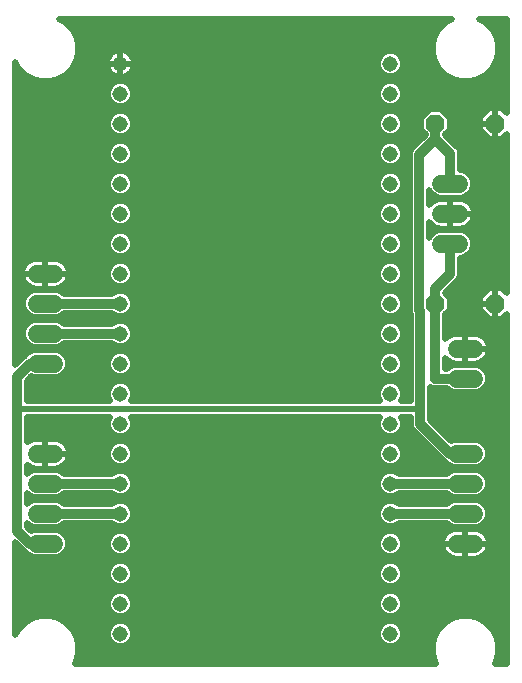
<source format=gbl>
G75*
%MOIN*%
%OFA0B0*%
%FSLAX25Y25*%
%IPPOS*%
%LPD*%
%AMOC8*
5,1,8,0,0,1.08239X$1,22.5*
%
%ADD10C,0.05937*%
%ADD11OC8,0.06300*%
%ADD12C,0.06000*%
%ADD13C,0.05150*%
%ADD14C,0.03200*%
%ADD15C,0.02000*%
D10*
X0018365Y0047000D02*
X0024302Y0047000D01*
X0024302Y0057000D02*
X0018365Y0057000D01*
X0018365Y0067000D02*
X0024302Y0067000D01*
X0024302Y0077000D02*
X0018365Y0077000D01*
X0018365Y0107000D02*
X0024302Y0107000D01*
X0024302Y0117000D02*
X0018365Y0117000D01*
X0018365Y0127000D02*
X0024302Y0127000D01*
X0024302Y0137000D02*
X0018365Y0137000D01*
X0158365Y0112000D02*
X0164302Y0112000D01*
X0164302Y0102000D02*
X0158365Y0102000D01*
X0158365Y0077000D02*
X0164302Y0077000D01*
X0164302Y0067000D02*
X0158365Y0067000D01*
X0158365Y0057000D02*
X0164302Y0057000D01*
X0164302Y0047000D02*
X0158365Y0047000D01*
D11*
X0151333Y0127000D03*
X0171333Y0127000D03*
X0171333Y0187000D03*
X0151333Y0187000D03*
D12*
X0153333Y0167000D02*
X0159333Y0167000D01*
X0159333Y0157000D02*
X0153333Y0157000D01*
X0153333Y0147000D02*
X0159333Y0147000D01*
D13*
X0136333Y0147000D03*
X0136333Y0157000D03*
X0136333Y0167000D03*
X0136333Y0177000D03*
X0136333Y0187000D03*
X0136333Y0197000D03*
X0136333Y0207000D03*
X0136333Y0137000D03*
X0136333Y0127000D03*
X0136333Y0117000D03*
X0136333Y0107000D03*
X0136333Y0097000D03*
X0136333Y0087000D03*
X0136333Y0077000D03*
X0136333Y0067000D03*
X0136333Y0057000D03*
X0136333Y0047000D03*
X0136333Y0037000D03*
X0136333Y0027000D03*
X0136333Y0017000D03*
X0046333Y0017000D03*
X0046333Y0027000D03*
X0046333Y0037000D03*
X0046333Y0047000D03*
X0046333Y0057000D03*
X0046333Y0067000D03*
X0046333Y0077000D03*
X0046333Y0087000D03*
X0046333Y0097000D03*
X0046333Y0107000D03*
X0046333Y0117000D03*
X0046333Y0127000D03*
X0046333Y0137000D03*
X0046333Y0147000D03*
X0046333Y0157000D03*
X0046333Y0167000D03*
X0046333Y0177000D03*
X0046333Y0187000D03*
X0046333Y0197000D03*
X0046333Y0207000D03*
D14*
X0046333Y0127000D02*
X0021333Y0127000D01*
X0021333Y0117000D02*
X0046333Y0117000D01*
X0021333Y0107000D02*
X0016333Y0107000D01*
X0011933Y0102600D01*
X0011933Y0092000D01*
X0011933Y0051400D01*
X0016333Y0047000D01*
X0021333Y0047000D01*
X0021333Y0057000D02*
X0046333Y0057000D01*
X0046333Y0067000D02*
X0021333Y0067000D01*
X0136333Y0067000D02*
X0161333Y0067000D01*
X0161333Y0077000D02*
X0156333Y0077000D01*
X0146333Y0087000D01*
X0146333Y0092000D01*
X0146333Y0124434D01*
X0145983Y0124784D01*
X0145983Y0176650D01*
X0151333Y0182000D01*
X0156333Y0177000D01*
X0156333Y0167000D01*
X0151333Y0182000D02*
X0151333Y0187000D01*
X0156333Y0147000D02*
X0156333Y0137000D01*
X0151333Y0132000D01*
X0151333Y0127000D01*
X0151333Y0102000D01*
X0161333Y0102000D01*
X0161333Y0057000D02*
X0136333Y0057000D01*
D15*
X0011333Y0047475D02*
X0011333Y0016490D01*
X0012607Y0018696D01*
X0014637Y0020727D01*
X0017124Y0022162D01*
X0019898Y0022905D01*
X0022769Y0022905D01*
X0025543Y0022162D01*
X0028029Y0020727D01*
X0030060Y0018696D01*
X0031496Y0016209D01*
X0032239Y0013436D01*
X0032239Y0010564D01*
X0031496Y0007791D01*
X0031039Y0007000D01*
X0151627Y0007000D01*
X0151171Y0007791D01*
X0150428Y0010564D01*
X0150428Y0013436D01*
X0151171Y0016209D01*
X0152607Y0018696D01*
X0154637Y0020727D01*
X0157124Y0022162D01*
X0159898Y0022905D01*
X0162769Y0022905D01*
X0165543Y0022162D01*
X0168029Y0020727D01*
X0170060Y0018696D01*
X0171496Y0016209D01*
X0172239Y0013436D01*
X0172239Y0010564D01*
X0171496Y0007791D01*
X0171039Y0007000D01*
X0175034Y0007000D01*
X0175034Y0123418D01*
X0173467Y0121850D01*
X0171333Y0121850D01*
X0171333Y0127000D01*
X0171333Y0127000D01*
X0166183Y0127000D01*
X0166183Y0124867D01*
X0169200Y0121850D01*
X0171333Y0121850D01*
X0171333Y0127000D01*
X0166183Y0127000D01*
X0166183Y0129133D01*
X0169200Y0132150D01*
X0171333Y0132150D01*
X0171333Y0127000D01*
X0171333Y0127000D01*
X0171333Y0127000D01*
X0171333Y0132150D01*
X0173467Y0132150D01*
X0175034Y0130582D01*
X0175034Y0183418D01*
X0173467Y0181850D01*
X0171333Y0181850D01*
X0171333Y0187000D01*
X0171333Y0187000D01*
X0166183Y0187000D01*
X0166183Y0184867D01*
X0169200Y0181850D01*
X0171333Y0181850D01*
X0171333Y0187000D01*
X0166183Y0187000D01*
X0166183Y0189133D01*
X0169200Y0192150D01*
X0171333Y0192150D01*
X0171333Y0187000D01*
X0171333Y0187000D01*
X0171333Y0187000D01*
X0171333Y0192150D01*
X0173467Y0192150D01*
X0175034Y0190582D01*
X0175034Y0221961D01*
X0165892Y0221961D01*
X0168029Y0220727D01*
X0170060Y0218696D01*
X0171496Y0216209D01*
X0172239Y0213436D01*
X0172239Y0210564D01*
X0171496Y0207791D01*
X0170060Y0205304D01*
X0168029Y0203273D01*
X0165543Y0201838D01*
X0162769Y0201094D01*
X0159898Y0201094D01*
X0157124Y0201838D01*
X0154637Y0203273D01*
X0152607Y0205304D01*
X0151171Y0207791D01*
X0150428Y0210564D01*
X0150428Y0213436D01*
X0151171Y0216209D01*
X0152607Y0218696D01*
X0154637Y0220727D01*
X0156775Y0221961D01*
X0025892Y0221961D01*
X0028029Y0220727D01*
X0030060Y0218696D01*
X0031496Y0216209D01*
X0032239Y0213436D01*
X0032239Y0210564D01*
X0031496Y0207791D01*
X0030060Y0205304D01*
X0028029Y0203273D01*
X0025543Y0201838D01*
X0022769Y0201094D01*
X0019898Y0201094D01*
X0017124Y0201838D01*
X0014637Y0203273D01*
X0012607Y0205304D01*
X0011333Y0207510D01*
X0011333Y0106525D01*
X0013620Y0108813D01*
X0014521Y0109713D01*
X0014685Y0109781D01*
X0015777Y0110873D01*
X0017456Y0111568D01*
X0025211Y0111568D01*
X0026890Y0110873D01*
X0028175Y0109588D01*
X0028870Y0107909D01*
X0028870Y0106091D01*
X0028175Y0104412D01*
X0026890Y0103127D01*
X0025211Y0102431D01*
X0017456Y0102431D01*
X0016632Y0102773D01*
X0015133Y0101275D01*
X0015133Y0094600D01*
X0042829Y0094600D01*
X0042794Y0094635D01*
X0042159Y0096170D01*
X0042159Y0097830D01*
X0042794Y0099365D01*
X0043968Y0100539D01*
X0045503Y0101175D01*
X0047164Y0101175D01*
X0048698Y0100539D01*
X0049873Y0099365D01*
X0050508Y0097830D01*
X0050508Y0096170D01*
X0049873Y0094635D01*
X0049837Y0094600D01*
X0132829Y0094600D01*
X0132794Y0094635D01*
X0132159Y0096170D01*
X0132159Y0097830D01*
X0132794Y0099365D01*
X0133968Y0100539D01*
X0135503Y0101175D01*
X0137164Y0101175D01*
X0138698Y0100539D01*
X0139873Y0099365D01*
X0140508Y0097830D01*
X0140508Y0096170D01*
X0139873Y0094635D01*
X0139837Y0094600D01*
X0143133Y0094600D01*
X0143133Y0123302D01*
X0142783Y0124147D01*
X0142783Y0177287D01*
X0143270Y0178463D01*
X0148133Y0183325D01*
X0148133Y0183482D01*
X0146583Y0185032D01*
X0146583Y0188968D01*
X0149366Y0191750D01*
X0153301Y0191750D01*
X0156083Y0188968D01*
X0156083Y0185032D01*
X0154533Y0183482D01*
X0154533Y0183325D01*
X0158146Y0179713D01*
X0159046Y0178813D01*
X0159533Y0177637D01*
X0159533Y0171600D01*
X0160248Y0171600D01*
X0161939Y0170900D01*
X0163233Y0169606D01*
X0163933Y0167915D01*
X0163933Y0166085D01*
X0163233Y0164394D01*
X0161939Y0163100D01*
X0160248Y0162400D01*
X0152418Y0162400D01*
X0150728Y0163100D01*
X0149434Y0164394D01*
X0149183Y0164999D01*
X0149183Y0159795D01*
X0149520Y0160257D01*
X0150076Y0160814D01*
X0150713Y0161276D01*
X0151414Y0161634D01*
X0152162Y0161877D01*
X0152940Y0162000D01*
X0156333Y0162000D01*
X0156333Y0157000D01*
X0156333Y0157000D01*
X0156333Y0157000D01*
X0156333Y0152000D01*
X0152940Y0152000D01*
X0152162Y0152123D01*
X0151414Y0152366D01*
X0150713Y0152724D01*
X0150076Y0153186D01*
X0149520Y0153743D01*
X0149183Y0154205D01*
X0149183Y0149001D01*
X0149434Y0149606D01*
X0150728Y0150900D01*
X0152418Y0151600D01*
X0160248Y0151600D01*
X0161939Y0150900D01*
X0163233Y0149606D01*
X0163933Y0147915D01*
X0163933Y0146085D01*
X0163233Y0144394D01*
X0161939Y0143100D01*
X0160248Y0142400D01*
X0159533Y0142400D01*
X0159533Y0136363D01*
X0159046Y0135187D01*
X0158146Y0134287D01*
X0154533Y0130675D01*
X0154533Y0130517D01*
X0156083Y0128968D01*
X0156083Y0125032D01*
X0154533Y0123482D01*
X0154533Y0115179D01*
X0154575Y0115237D01*
X0155128Y0115790D01*
X0155761Y0116249D01*
X0156458Y0116604D01*
X0157201Y0116846D01*
X0157974Y0116968D01*
X0161333Y0116968D01*
X0161333Y0112000D01*
X0161333Y0112000D01*
X0161333Y0112000D01*
X0161333Y0107031D01*
X0157974Y0107031D01*
X0157201Y0107154D01*
X0156458Y0107396D01*
X0155761Y0107751D01*
X0155128Y0108210D01*
X0154575Y0108763D01*
X0154533Y0108821D01*
X0154533Y0105200D01*
X0155104Y0105200D01*
X0155777Y0105873D01*
X0157456Y0106568D01*
X0165211Y0106568D01*
X0166890Y0105873D01*
X0168175Y0104588D01*
X0168870Y0102909D01*
X0168870Y0101091D01*
X0168175Y0099412D01*
X0166890Y0098127D01*
X0165211Y0097431D01*
X0157456Y0097431D01*
X0155777Y0098127D01*
X0155104Y0098800D01*
X0150697Y0098800D01*
X0149533Y0099282D01*
X0149533Y0088325D01*
X0156632Y0081227D01*
X0157456Y0081568D01*
X0165211Y0081568D01*
X0166890Y0080873D01*
X0168175Y0079588D01*
X0168870Y0077909D01*
X0168870Y0076091D01*
X0168175Y0074412D01*
X0166890Y0073127D01*
X0165211Y0072431D01*
X0157456Y0072431D01*
X0155777Y0073127D01*
X0154685Y0074219D01*
X0154521Y0074287D01*
X0144521Y0084287D01*
X0143620Y0085187D01*
X0143133Y0086363D01*
X0143133Y0089400D01*
X0139837Y0089400D01*
X0139873Y0089365D01*
X0140508Y0087830D01*
X0140508Y0086170D01*
X0139873Y0084635D01*
X0138698Y0083461D01*
X0137164Y0082825D01*
X0135503Y0082825D01*
X0133968Y0083461D01*
X0132794Y0084635D01*
X0132159Y0086170D01*
X0132159Y0087830D01*
X0132794Y0089365D01*
X0132829Y0089400D01*
X0049837Y0089400D01*
X0049873Y0089365D01*
X0050508Y0087830D01*
X0050508Y0086170D01*
X0049873Y0084635D01*
X0048698Y0083461D01*
X0047164Y0082825D01*
X0045503Y0082825D01*
X0043968Y0083461D01*
X0042794Y0084635D01*
X0042159Y0086170D01*
X0042159Y0087830D01*
X0042794Y0089365D01*
X0042829Y0089400D01*
X0015133Y0089400D01*
X0015133Y0080794D01*
X0015761Y0081249D01*
X0016458Y0081604D01*
X0017201Y0081846D01*
X0017974Y0081968D01*
X0021333Y0081968D01*
X0021333Y0077000D01*
X0021333Y0077000D01*
X0021333Y0077000D01*
X0021333Y0072031D01*
X0017974Y0072031D01*
X0017201Y0072154D01*
X0016458Y0072396D01*
X0015761Y0072751D01*
X0015133Y0073206D01*
X0015133Y0070229D01*
X0015777Y0070873D01*
X0017456Y0071568D01*
X0025211Y0071568D01*
X0026890Y0070873D01*
X0027563Y0070200D01*
X0043629Y0070200D01*
X0043968Y0070539D01*
X0045503Y0071175D01*
X0047164Y0071175D01*
X0048698Y0070539D01*
X0049873Y0069365D01*
X0050508Y0067830D01*
X0050508Y0066170D01*
X0049873Y0064635D01*
X0048698Y0063461D01*
X0047164Y0062825D01*
X0045503Y0062825D01*
X0043968Y0063461D01*
X0043629Y0063800D01*
X0027563Y0063800D01*
X0026890Y0063127D01*
X0025211Y0062431D01*
X0017456Y0062431D01*
X0015777Y0063127D01*
X0015133Y0063771D01*
X0015133Y0060229D01*
X0015777Y0060873D01*
X0017456Y0061568D01*
X0025211Y0061568D01*
X0026890Y0060873D01*
X0027563Y0060200D01*
X0043629Y0060200D01*
X0043968Y0060539D01*
X0045503Y0061175D01*
X0047164Y0061175D01*
X0048698Y0060539D01*
X0049873Y0059365D01*
X0050508Y0057830D01*
X0050508Y0056170D01*
X0049873Y0054635D01*
X0048698Y0053461D01*
X0047164Y0052825D01*
X0045503Y0052825D01*
X0043968Y0053461D01*
X0043629Y0053800D01*
X0027563Y0053800D01*
X0026890Y0053127D01*
X0025211Y0052431D01*
X0017456Y0052431D01*
X0015777Y0053127D01*
X0015133Y0053771D01*
X0015133Y0052725D01*
X0016632Y0051227D01*
X0017456Y0051568D01*
X0025211Y0051568D01*
X0026890Y0050873D01*
X0028175Y0049588D01*
X0028870Y0047909D01*
X0028870Y0046091D01*
X0028175Y0044412D01*
X0026890Y0043127D01*
X0025211Y0042431D01*
X0017456Y0042431D01*
X0015777Y0043127D01*
X0014685Y0044219D01*
X0014521Y0044287D01*
X0011333Y0047475D01*
X0011333Y0045967D02*
X0012841Y0045967D01*
X0011333Y0043969D02*
X0014935Y0043969D01*
X0011333Y0041970D02*
X0175034Y0041970D01*
X0175034Y0039972D02*
X0139266Y0039972D01*
X0138698Y0040539D02*
X0139873Y0039365D01*
X0140508Y0037830D01*
X0140508Y0036170D01*
X0139873Y0034635D01*
X0138698Y0033461D01*
X0137164Y0032825D01*
X0135503Y0032825D01*
X0133968Y0033461D01*
X0132794Y0034635D01*
X0132159Y0036170D01*
X0132159Y0037830D01*
X0132794Y0039365D01*
X0133968Y0040539D01*
X0135503Y0041175D01*
X0137164Y0041175D01*
X0138698Y0040539D01*
X0137164Y0042825D02*
X0135503Y0042825D01*
X0133968Y0043461D01*
X0132794Y0044635D01*
X0132159Y0046170D01*
X0132159Y0047830D01*
X0132794Y0049365D01*
X0133968Y0050539D01*
X0135503Y0051175D01*
X0137164Y0051175D01*
X0138698Y0050539D01*
X0139873Y0049365D01*
X0140508Y0047830D01*
X0140508Y0046170D01*
X0139873Y0044635D01*
X0138698Y0043461D01*
X0137164Y0042825D01*
X0139206Y0043969D02*
X0154426Y0043969D01*
X0154575Y0043763D02*
X0155128Y0043210D01*
X0155761Y0042751D01*
X0156458Y0042396D01*
X0157201Y0042154D01*
X0157974Y0042031D01*
X0161333Y0042031D01*
X0161333Y0047000D01*
X0161333Y0047000D01*
X0153396Y0047000D01*
X0153396Y0046609D01*
X0153519Y0045837D01*
X0153760Y0045093D01*
X0154115Y0044396D01*
X0154575Y0043763D01*
X0153498Y0045967D02*
X0140424Y0045967D01*
X0140452Y0047966D02*
X0153487Y0047966D01*
X0153519Y0048163D02*
X0153396Y0047391D01*
X0153396Y0047000D01*
X0161333Y0047000D01*
X0161333Y0047000D01*
X0161333Y0051968D01*
X0157974Y0051968D01*
X0157201Y0051846D01*
X0156458Y0051604D01*
X0155761Y0051249D01*
X0155128Y0050790D01*
X0154575Y0050237D01*
X0154115Y0049604D01*
X0153760Y0048907D01*
X0153519Y0048163D01*
X0154377Y0049964D02*
X0139273Y0049964D01*
X0138698Y0053461D02*
X0139037Y0053800D01*
X0155104Y0053800D01*
X0155777Y0053127D01*
X0157456Y0052431D01*
X0165211Y0052431D01*
X0166890Y0053127D01*
X0168175Y0054412D01*
X0168870Y0056091D01*
X0168870Y0057909D01*
X0168175Y0059588D01*
X0166890Y0060873D01*
X0165211Y0061568D01*
X0157456Y0061568D01*
X0155777Y0060873D01*
X0155104Y0060200D01*
X0139037Y0060200D01*
X0138698Y0060539D01*
X0137164Y0061175D01*
X0135503Y0061175D01*
X0133968Y0060539D01*
X0132794Y0059365D01*
X0132159Y0057830D01*
X0132159Y0056170D01*
X0132794Y0054635D01*
X0133968Y0053461D01*
X0135503Y0052825D01*
X0137164Y0052825D01*
X0138698Y0053461D01*
X0133468Y0053961D02*
X0049199Y0053961D01*
X0050421Y0055960D02*
X0132245Y0055960D01*
X0132212Y0057958D02*
X0050455Y0057958D01*
X0049281Y0059957D02*
X0133386Y0059957D01*
X0133968Y0063461D02*
X0135503Y0062825D01*
X0137164Y0062825D01*
X0138698Y0063461D01*
X0139037Y0063800D01*
X0155104Y0063800D01*
X0155777Y0063127D01*
X0157456Y0062431D01*
X0165211Y0062431D01*
X0166890Y0063127D01*
X0168175Y0064412D01*
X0168870Y0066091D01*
X0168870Y0067909D01*
X0168175Y0069588D01*
X0166890Y0070873D01*
X0165211Y0071568D01*
X0157456Y0071568D01*
X0155777Y0070873D01*
X0155104Y0070200D01*
X0139037Y0070200D01*
X0138698Y0070539D01*
X0137164Y0071175D01*
X0135503Y0071175D01*
X0133968Y0070539D01*
X0132794Y0069365D01*
X0132159Y0067830D01*
X0132159Y0066170D01*
X0132794Y0064635D01*
X0133968Y0063461D01*
X0133475Y0063954D02*
X0049191Y0063954D01*
X0050418Y0065952D02*
X0132248Y0065952D01*
X0132208Y0067951D02*
X0050458Y0067951D01*
X0049288Y0069949D02*
X0133379Y0069949D01*
X0133968Y0073461D02*
X0135503Y0072825D01*
X0137164Y0072825D01*
X0138698Y0073461D01*
X0139873Y0074635D01*
X0140508Y0076170D01*
X0140508Y0077830D01*
X0139873Y0079365D01*
X0138698Y0080539D01*
X0137164Y0081175D01*
X0135503Y0081175D01*
X0133968Y0080539D01*
X0132794Y0079365D01*
X0132159Y0077830D01*
X0132159Y0076170D01*
X0132794Y0074635D01*
X0133968Y0073461D01*
X0133483Y0073946D02*
X0049184Y0073946D01*
X0048698Y0073461D02*
X0047164Y0072825D01*
X0045503Y0072825D01*
X0043968Y0073461D01*
X0042794Y0074635D01*
X0042159Y0076170D01*
X0042159Y0077830D01*
X0042794Y0079365D01*
X0043968Y0080539D01*
X0045503Y0081175D01*
X0047164Y0081175D01*
X0048698Y0080539D01*
X0049873Y0079365D01*
X0050508Y0077830D01*
X0050508Y0076170D01*
X0049873Y0074635D01*
X0048698Y0073461D01*
X0050415Y0075945D02*
X0132252Y0075945D01*
X0132205Y0077943D02*
X0050461Y0077943D01*
X0049295Y0079942D02*
X0133371Y0079942D01*
X0133490Y0083939D02*
X0049176Y0083939D01*
X0050412Y0085937D02*
X0132255Y0085937D01*
X0132202Y0087936D02*
X0050464Y0087936D01*
X0050409Y0095930D02*
X0132258Y0095930D01*
X0132199Y0097929D02*
X0050467Y0097929D01*
X0049310Y0099927D02*
X0133356Y0099927D01*
X0133968Y0103461D02*
X0135503Y0102825D01*
X0137164Y0102825D01*
X0138698Y0103461D01*
X0139873Y0104635D01*
X0140508Y0106170D01*
X0140508Y0107830D01*
X0139873Y0109365D01*
X0138698Y0110539D01*
X0137164Y0111175D01*
X0135503Y0111175D01*
X0133968Y0110539D01*
X0132794Y0109365D01*
X0132159Y0107830D01*
X0132159Y0106170D01*
X0132794Y0104635D01*
X0133968Y0103461D01*
X0133505Y0103924D02*
X0049161Y0103924D01*
X0048698Y0103461D02*
X0049873Y0104635D01*
X0050508Y0106170D01*
X0050508Y0107830D01*
X0049873Y0109365D01*
X0048698Y0110539D01*
X0047164Y0111175D01*
X0045503Y0111175D01*
X0043968Y0110539D01*
X0042794Y0109365D01*
X0042159Y0107830D01*
X0042159Y0106170D01*
X0042794Y0104635D01*
X0043968Y0103461D01*
X0045503Y0102825D01*
X0047164Y0102825D01*
X0048698Y0103461D01*
X0050406Y0105923D02*
X0132261Y0105923D01*
X0132196Y0107921D02*
X0050471Y0107921D01*
X0049318Y0109920D02*
X0133349Y0109920D01*
X0133968Y0113461D02*
X0132794Y0114635D01*
X0132159Y0116170D01*
X0132159Y0117830D01*
X0132794Y0119365D01*
X0133968Y0120539D01*
X0135503Y0121175D01*
X0137164Y0121175D01*
X0138698Y0120539D01*
X0139873Y0119365D01*
X0140508Y0117830D01*
X0140508Y0116170D01*
X0139873Y0114635D01*
X0138698Y0113461D01*
X0137164Y0112825D01*
X0135503Y0112825D01*
X0133968Y0113461D01*
X0133513Y0113917D02*
X0049154Y0113917D01*
X0048698Y0113461D02*
X0049873Y0114635D01*
X0050508Y0116170D01*
X0050508Y0117830D01*
X0049873Y0119365D01*
X0048698Y0120539D01*
X0047164Y0121175D01*
X0045503Y0121175D01*
X0043968Y0120539D01*
X0043629Y0120200D01*
X0027563Y0120200D01*
X0026890Y0120873D01*
X0025211Y0121568D01*
X0017456Y0121568D01*
X0015777Y0120873D01*
X0014492Y0119588D01*
X0013796Y0117909D01*
X0013796Y0116091D01*
X0014492Y0114412D01*
X0015777Y0113127D01*
X0017456Y0112431D01*
X0025211Y0112431D01*
X0026890Y0113127D01*
X0027563Y0113800D01*
X0043629Y0113800D01*
X0043968Y0113461D01*
X0045503Y0112825D01*
X0047164Y0112825D01*
X0048698Y0113461D01*
X0050403Y0115915D02*
X0132264Y0115915D01*
X0132193Y0117914D02*
X0050474Y0117914D01*
X0049325Y0119912D02*
X0133341Y0119912D01*
X0133968Y0123461D02*
X0135503Y0122825D01*
X0137164Y0122825D01*
X0138698Y0123461D01*
X0139873Y0124635D01*
X0140508Y0126170D01*
X0140508Y0127830D01*
X0139873Y0129365D01*
X0138698Y0130539D01*
X0137164Y0131175D01*
X0135503Y0131175D01*
X0133968Y0130539D01*
X0132794Y0129365D01*
X0132159Y0127830D01*
X0132159Y0126170D01*
X0132794Y0124635D01*
X0133968Y0123461D01*
X0133520Y0123909D02*
X0049147Y0123909D01*
X0048698Y0123461D02*
X0049873Y0124635D01*
X0050508Y0126170D01*
X0050508Y0127830D01*
X0049873Y0129365D01*
X0048698Y0130539D01*
X0047164Y0131175D01*
X0045503Y0131175D01*
X0043968Y0130539D01*
X0043629Y0130200D01*
X0027563Y0130200D01*
X0026890Y0130873D01*
X0025211Y0131568D01*
X0017456Y0131568D01*
X0015777Y0130873D01*
X0014492Y0129588D01*
X0013796Y0127909D01*
X0013796Y0126091D01*
X0014492Y0124412D01*
X0015777Y0123127D01*
X0017456Y0122431D01*
X0025211Y0122431D01*
X0026890Y0123127D01*
X0027563Y0123800D01*
X0043629Y0123800D01*
X0043968Y0123461D01*
X0045503Y0122825D01*
X0047164Y0122825D01*
X0048698Y0123461D01*
X0050400Y0125908D02*
X0132267Y0125908D01*
X0132190Y0127906D02*
X0050477Y0127906D01*
X0049333Y0129905D02*
X0133334Y0129905D01*
X0133968Y0133461D02*
X0132794Y0134635D01*
X0132159Y0136170D01*
X0132159Y0137830D01*
X0132794Y0139365D01*
X0133968Y0140539D01*
X0135503Y0141175D01*
X0137164Y0141175D01*
X0138698Y0140539D01*
X0139873Y0139365D01*
X0140508Y0137830D01*
X0140508Y0136170D01*
X0139873Y0134635D01*
X0138698Y0133461D01*
X0137164Y0132825D01*
X0135503Y0132825D01*
X0133968Y0133461D01*
X0133528Y0133902D02*
X0049139Y0133902D01*
X0048698Y0133461D02*
X0049873Y0134635D01*
X0050508Y0136170D01*
X0050508Y0137830D01*
X0049873Y0139365D01*
X0048698Y0140539D01*
X0047164Y0141175D01*
X0045503Y0141175D01*
X0043968Y0140539D01*
X0042794Y0139365D01*
X0042159Y0137830D01*
X0042159Y0136170D01*
X0042794Y0134635D01*
X0043968Y0133461D01*
X0045503Y0132825D01*
X0047164Y0132825D01*
X0048698Y0133461D01*
X0050397Y0135900D02*
X0132270Y0135900D01*
X0132187Y0137899D02*
X0050480Y0137899D01*
X0049340Y0139897D02*
X0133327Y0139897D01*
X0133968Y0143461D02*
X0132794Y0144635D01*
X0132159Y0146170D01*
X0132159Y0147830D01*
X0132794Y0149365D01*
X0133968Y0150539D01*
X0135503Y0151175D01*
X0137164Y0151175D01*
X0138698Y0150539D01*
X0139873Y0149365D01*
X0140508Y0147830D01*
X0140508Y0146170D01*
X0139873Y0144635D01*
X0138698Y0143461D01*
X0137164Y0142825D01*
X0135503Y0142825D01*
X0133968Y0143461D01*
X0133535Y0143894D02*
X0049132Y0143894D01*
X0048698Y0143461D02*
X0049873Y0144635D01*
X0050508Y0146170D01*
X0050508Y0147830D01*
X0049873Y0149365D01*
X0048698Y0150539D01*
X0047164Y0151175D01*
X0045503Y0151175D01*
X0043968Y0150539D01*
X0042794Y0149365D01*
X0042159Y0147830D01*
X0042159Y0146170D01*
X0042794Y0144635D01*
X0043968Y0143461D01*
X0045503Y0142825D01*
X0047164Y0142825D01*
X0048698Y0143461D01*
X0050393Y0145893D02*
X0132273Y0145893D01*
X0132184Y0147891D02*
X0050483Y0147891D01*
X0049348Y0149890D02*
X0133319Y0149890D01*
X0133968Y0153461D02*
X0135503Y0152825D01*
X0137164Y0152825D01*
X0138698Y0153461D01*
X0139873Y0154635D01*
X0140508Y0156170D01*
X0140508Y0157830D01*
X0139873Y0159365D01*
X0138698Y0160539D01*
X0137164Y0161175D01*
X0135503Y0161175D01*
X0133968Y0160539D01*
X0132794Y0159365D01*
X0132159Y0157830D01*
X0132159Y0156170D01*
X0132794Y0154635D01*
X0133968Y0153461D01*
X0133542Y0153887D02*
X0049124Y0153887D01*
X0048698Y0153461D02*
X0047164Y0152825D01*
X0045503Y0152825D01*
X0043968Y0153461D01*
X0042794Y0154635D01*
X0042159Y0156170D01*
X0042159Y0157830D01*
X0042794Y0159365D01*
X0043968Y0160539D01*
X0045503Y0161175D01*
X0047164Y0161175D01*
X0048698Y0160539D01*
X0049873Y0159365D01*
X0050508Y0157830D01*
X0050508Y0156170D01*
X0049873Y0154635D01*
X0048698Y0153461D01*
X0050390Y0155885D02*
X0132276Y0155885D01*
X0132181Y0157884D02*
X0050486Y0157884D01*
X0049355Y0159882D02*
X0133312Y0159882D01*
X0133968Y0163461D02*
X0132794Y0164635D01*
X0132159Y0166170D01*
X0132159Y0167830D01*
X0132794Y0169365D01*
X0133968Y0170539D01*
X0135503Y0171175D01*
X0137164Y0171175D01*
X0138698Y0170539D01*
X0139873Y0169365D01*
X0140508Y0167830D01*
X0140508Y0166170D01*
X0139873Y0164635D01*
X0138698Y0163461D01*
X0137164Y0162825D01*
X0135503Y0162825D01*
X0133968Y0163461D01*
X0133550Y0163879D02*
X0049117Y0163879D01*
X0048698Y0163461D02*
X0049873Y0164635D01*
X0050508Y0166170D01*
X0050508Y0167830D01*
X0049873Y0169365D01*
X0048698Y0170539D01*
X0047164Y0171175D01*
X0045503Y0171175D01*
X0043968Y0170539D01*
X0042794Y0169365D01*
X0042159Y0167830D01*
X0042159Y0166170D01*
X0042794Y0164635D01*
X0043968Y0163461D01*
X0045503Y0162825D01*
X0047164Y0162825D01*
X0048698Y0163461D01*
X0050387Y0165878D02*
X0132279Y0165878D01*
X0132178Y0167876D02*
X0050489Y0167876D01*
X0049362Y0169875D02*
X0133304Y0169875D01*
X0133968Y0173461D02*
X0135503Y0172825D01*
X0137164Y0172825D01*
X0138698Y0173461D01*
X0139873Y0174635D01*
X0140508Y0176170D01*
X0140508Y0177830D01*
X0139873Y0179365D01*
X0138698Y0180539D01*
X0137164Y0181175D01*
X0135503Y0181175D01*
X0133968Y0180539D01*
X0132794Y0179365D01*
X0132159Y0177830D01*
X0132159Y0176170D01*
X0132794Y0174635D01*
X0133968Y0173461D01*
X0133557Y0173872D02*
X0049109Y0173872D01*
X0048698Y0173461D02*
X0049873Y0174635D01*
X0050508Y0176170D01*
X0050508Y0177830D01*
X0049873Y0179365D01*
X0048698Y0180539D01*
X0047164Y0181175D01*
X0045503Y0181175D01*
X0043968Y0180539D01*
X0042794Y0179365D01*
X0042159Y0177830D01*
X0042159Y0176170D01*
X0042794Y0174635D01*
X0043968Y0173461D01*
X0045503Y0172825D01*
X0047164Y0172825D01*
X0048698Y0173461D01*
X0050384Y0175870D02*
X0132282Y0175870D01*
X0132175Y0177869D02*
X0050492Y0177869D01*
X0049370Y0179868D02*
X0133297Y0179868D01*
X0133968Y0183461D02*
X0135503Y0182825D01*
X0137164Y0182825D01*
X0138698Y0183461D01*
X0139873Y0184635D01*
X0140508Y0186170D01*
X0140508Y0187830D01*
X0139873Y0189365D01*
X0138698Y0190539D01*
X0137164Y0191175D01*
X0135503Y0191175D01*
X0133968Y0190539D01*
X0132794Y0189365D01*
X0132159Y0187830D01*
X0132159Y0186170D01*
X0132794Y0184635D01*
X0133968Y0183461D01*
X0133565Y0183865D02*
X0049102Y0183865D01*
X0048698Y0183461D02*
X0047164Y0182825D01*
X0045503Y0182825D01*
X0043968Y0183461D01*
X0042794Y0184635D01*
X0042159Y0186170D01*
X0042159Y0187830D01*
X0042794Y0189365D01*
X0043968Y0190539D01*
X0045503Y0191175D01*
X0047164Y0191175D01*
X0048698Y0190539D01*
X0049873Y0189365D01*
X0050508Y0187830D01*
X0050508Y0186170D01*
X0049873Y0184635D01*
X0048698Y0183461D01*
X0050381Y0185863D02*
X0132285Y0185863D01*
X0132171Y0187862D02*
X0050495Y0187862D01*
X0049377Y0189860D02*
X0133289Y0189860D01*
X0133968Y0193461D02*
X0132794Y0194635D01*
X0132159Y0196170D01*
X0132159Y0197830D01*
X0132794Y0199365D01*
X0133968Y0200539D01*
X0135503Y0201175D01*
X0137164Y0201175D01*
X0138698Y0200539D01*
X0139873Y0199365D01*
X0140508Y0197830D01*
X0140508Y0196170D01*
X0139873Y0194635D01*
X0138698Y0193461D01*
X0137164Y0192825D01*
X0135503Y0192825D01*
X0133968Y0193461D01*
X0133572Y0193857D02*
X0049094Y0193857D01*
X0048698Y0193461D02*
X0049873Y0194635D01*
X0050508Y0196170D01*
X0050508Y0197830D01*
X0049873Y0199365D01*
X0048698Y0200539D01*
X0047164Y0201175D01*
X0045503Y0201175D01*
X0043968Y0200539D01*
X0042794Y0199365D01*
X0042159Y0197830D01*
X0042159Y0196170D01*
X0042794Y0194635D01*
X0043968Y0193461D01*
X0045503Y0192825D01*
X0047164Y0192825D01*
X0048698Y0193461D01*
X0050378Y0195856D02*
X0132289Y0195856D01*
X0132168Y0197854D02*
X0050498Y0197854D01*
X0049385Y0199853D02*
X0133282Y0199853D01*
X0133968Y0203461D02*
X0135503Y0202825D01*
X0137164Y0202825D01*
X0138698Y0203461D01*
X0139873Y0204635D01*
X0140508Y0206170D01*
X0140508Y0207830D01*
X0139873Y0209365D01*
X0138698Y0210539D01*
X0137164Y0211175D01*
X0135503Y0211175D01*
X0133968Y0210539D01*
X0132794Y0209365D01*
X0132159Y0207830D01*
X0132159Y0206170D01*
X0132794Y0204635D01*
X0133968Y0203461D01*
X0133580Y0203850D02*
X0049653Y0203850D01*
X0049823Y0204020D02*
X0050246Y0204602D01*
X0050573Y0205244D01*
X0050795Y0205929D01*
X0050908Y0206640D01*
X0050908Y0207000D01*
X0050908Y0207360D01*
X0050795Y0208071D01*
X0050573Y0208756D01*
X0050246Y0209398D01*
X0049823Y0209980D01*
X0049314Y0210489D01*
X0048731Y0210913D01*
X0048089Y0211240D01*
X0047405Y0211462D01*
X0046693Y0211575D01*
X0046333Y0211575D01*
X0045973Y0211575D01*
X0045262Y0211462D01*
X0044577Y0211240D01*
X0043936Y0210913D01*
X0043353Y0210489D01*
X0042844Y0209980D01*
X0042421Y0209398D01*
X0042094Y0208756D01*
X0041871Y0208071D01*
X0041759Y0207360D01*
X0041759Y0207000D01*
X0041759Y0206640D01*
X0041871Y0205929D01*
X0042094Y0205244D01*
X0042421Y0204602D01*
X0042844Y0204020D01*
X0043353Y0203511D01*
X0043936Y0203087D01*
X0044577Y0202760D01*
X0045262Y0202538D01*
X0045973Y0202425D01*
X0046333Y0202425D01*
X0046333Y0207000D01*
X0046333Y0207000D01*
X0041759Y0207000D01*
X0046333Y0207000D01*
X0046333Y0207000D01*
X0046333Y0211575D01*
X0046333Y0207000D01*
X0046333Y0207000D01*
X0046333Y0202425D01*
X0046693Y0202425D01*
X0047405Y0202538D01*
X0048089Y0202760D01*
X0048731Y0203087D01*
X0049314Y0203511D01*
X0049823Y0204020D01*
X0050769Y0205848D02*
X0132292Y0205848D01*
X0132165Y0207847D02*
X0050831Y0207847D01*
X0050908Y0207000D02*
X0046333Y0207000D01*
X0046333Y0207000D01*
X0050908Y0207000D01*
X0049921Y0209845D02*
X0133274Y0209845D01*
X0139392Y0209845D02*
X0150620Y0209845D01*
X0150428Y0211844D02*
X0032239Y0211844D01*
X0032130Y0213842D02*
X0150537Y0213842D01*
X0151072Y0215841D02*
X0031594Y0215841D01*
X0030555Y0217839D02*
X0152112Y0217839D01*
X0153748Y0219838D02*
X0028918Y0219838D01*
X0026107Y0221836D02*
X0156559Y0221836D01*
X0166107Y0221836D02*
X0175034Y0221836D01*
X0175034Y0219838D02*
X0168918Y0219838D01*
X0170555Y0217839D02*
X0175034Y0217839D01*
X0175034Y0215841D02*
X0171594Y0215841D01*
X0172130Y0213842D02*
X0175034Y0213842D01*
X0175034Y0211844D02*
X0172239Y0211844D01*
X0172046Y0209845D02*
X0175034Y0209845D01*
X0175034Y0207847D02*
X0171511Y0207847D01*
X0170374Y0205848D02*
X0175034Y0205848D01*
X0175034Y0203850D02*
X0168606Y0203850D01*
X0165566Y0201851D02*
X0175034Y0201851D01*
X0175034Y0199853D02*
X0139385Y0199853D01*
X0140498Y0197854D02*
X0175034Y0197854D01*
X0175034Y0195856D02*
X0140378Y0195856D01*
X0139094Y0193857D02*
X0175034Y0193857D01*
X0175034Y0191859D02*
X0173758Y0191859D01*
X0171333Y0191859D02*
X0171333Y0191859D01*
X0171333Y0189860D02*
X0171333Y0189860D01*
X0171333Y0187862D02*
X0171333Y0187862D01*
X0171333Y0185863D02*
X0171333Y0185863D01*
X0171333Y0183865D02*
X0171333Y0183865D01*
X0171333Y0181866D02*
X0171333Y0181866D01*
X0169184Y0181866D02*
X0155993Y0181866D01*
X0154915Y0183865D02*
X0167186Y0183865D01*
X0166183Y0185863D02*
X0156083Y0185863D01*
X0156083Y0187862D02*
X0166183Y0187862D01*
X0166910Y0189860D02*
X0155191Y0189860D01*
X0147476Y0189860D02*
X0139377Y0189860D01*
X0140495Y0187862D02*
X0146583Y0187862D01*
X0146583Y0185863D02*
X0140381Y0185863D01*
X0139102Y0183865D02*
X0147751Y0183865D01*
X0146674Y0181866D02*
X0011333Y0181866D01*
X0011333Y0179868D02*
X0043297Y0179868D01*
X0042175Y0177869D02*
X0011333Y0177869D01*
X0011333Y0175870D02*
X0042282Y0175870D01*
X0043557Y0173872D02*
X0011333Y0173872D01*
X0011333Y0171873D02*
X0142783Y0171873D01*
X0142783Y0169875D02*
X0139362Y0169875D01*
X0140489Y0167876D02*
X0142783Y0167876D01*
X0142783Y0165878D02*
X0140387Y0165878D01*
X0139117Y0163879D02*
X0142783Y0163879D01*
X0142783Y0161881D02*
X0011333Y0161881D01*
X0011333Y0163879D02*
X0043550Y0163879D01*
X0042279Y0165878D02*
X0011333Y0165878D01*
X0011333Y0167876D02*
X0042178Y0167876D01*
X0043304Y0169875D02*
X0011333Y0169875D01*
X0011333Y0159882D02*
X0043312Y0159882D01*
X0042181Y0157884D02*
X0011333Y0157884D01*
X0011333Y0155885D02*
X0042276Y0155885D01*
X0043542Y0153887D02*
X0011333Y0153887D01*
X0011333Y0151888D02*
X0142783Y0151888D01*
X0142783Y0149890D02*
X0139348Y0149890D01*
X0140483Y0147891D02*
X0142783Y0147891D01*
X0142783Y0145893D02*
X0140393Y0145893D01*
X0139132Y0143894D02*
X0142783Y0143894D01*
X0142783Y0141896D02*
X0025152Y0141896D01*
X0025465Y0141846D02*
X0024693Y0141968D01*
X0021333Y0141968D01*
X0017974Y0141968D01*
X0017201Y0141846D01*
X0016458Y0141604D01*
X0015761Y0141249D01*
X0015128Y0140790D01*
X0014575Y0140237D01*
X0014115Y0139604D01*
X0013760Y0138907D01*
X0013519Y0138163D01*
X0013396Y0137391D01*
X0013396Y0137000D01*
X0013396Y0136609D01*
X0013519Y0135837D01*
X0013760Y0135093D01*
X0014115Y0134396D01*
X0014575Y0133763D01*
X0015128Y0133210D01*
X0015761Y0132751D01*
X0016458Y0132396D01*
X0017201Y0132154D01*
X0017974Y0132031D01*
X0021333Y0132031D01*
X0021333Y0137000D01*
X0021333Y0137000D01*
X0013396Y0137000D01*
X0021333Y0137000D01*
X0021333Y0141968D01*
X0021333Y0137000D01*
X0021333Y0137000D01*
X0021333Y0137000D01*
X0021333Y0132031D01*
X0024693Y0132031D01*
X0025465Y0132154D01*
X0026209Y0132396D01*
X0026906Y0132751D01*
X0027539Y0133210D01*
X0028092Y0133763D01*
X0028551Y0134396D01*
X0028906Y0135093D01*
X0029148Y0135837D01*
X0029270Y0136609D01*
X0029270Y0137000D01*
X0029270Y0137391D01*
X0029148Y0138163D01*
X0028906Y0138907D01*
X0028551Y0139604D01*
X0028092Y0140237D01*
X0027539Y0140790D01*
X0026906Y0141249D01*
X0026209Y0141604D01*
X0025465Y0141846D01*
X0028338Y0139897D02*
X0043327Y0139897D01*
X0042187Y0137899D02*
X0029190Y0137899D01*
X0029270Y0137000D02*
X0021333Y0137000D01*
X0021333Y0137000D01*
X0029270Y0137000D01*
X0029158Y0135900D02*
X0042270Y0135900D01*
X0043528Y0133902D02*
X0028192Y0133902D01*
X0021333Y0133902D02*
X0021333Y0133902D01*
X0021333Y0135900D02*
X0021333Y0135900D01*
X0021333Y0137899D02*
X0021333Y0137899D01*
X0021333Y0139897D02*
X0021333Y0139897D01*
X0021333Y0141896D02*
X0021333Y0141896D01*
X0017515Y0141896D02*
X0011333Y0141896D01*
X0011333Y0143894D02*
X0043535Y0143894D01*
X0042273Y0145893D02*
X0011333Y0145893D01*
X0011333Y0147891D02*
X0042184Y0147891D01*
X0043319Y0149890D02*
X0011333Y0149890D01*
X0011333Y0139897D02*
X0014328Y0139897D01*
X0013477Y0137899D02*
X0011333Y0137899D01*
X0011333Y0135900D02*
X0013509Y0135900D01*
X0014474Y0133902D02*
X0011333Y0133902D01*
X0011333Y0131903D02*
X0142783Y0131903D01*
X0142783Y0129905D02*
X0139333Y0129905D01*
X0140477Y0127906D02*
X0142783Y0127906D01*
X0142783Y0125908D02*
X0140400Y0125908D01*
X0139147Y0123909D02*
X0142882Y0123909D01*
X0143133Y0121911D02*
X0011333Y0121911D01*
X0011333Y0123909D02*
X0014995Y0123909D01*
X0013872Y0125908D02*
X0011333Y0125908D01*
X0011333Y0127906D02*
X0013796Y0127906D01*
X0014809Y0129905D02*
X0011333Y0129905D01*
X0011333Y0119912D02*
X0014816Y0119912D01*
X0013798Y0117914D02*
X0011333Y0117914D01*
X0011333Y0115915D02*
X0013869Y0115915D01*
X0014987Y0113917D02*
X0011333Y0113917D01*
X0011333Y0111918D02*
X0143133Y0111918D01*
X0143133Y0109920D02*
X0139318Y0109920D01*
X0140471Y0107921D02*
X0143133Y0107921D01*
X0143133Y0105923D02*
X0140406Y0105923D01*
X0139161Y0103924D02*
X0143133Y0103924D01*
X0143133Y0101926D02*
X0015784Y0101926D01*
X0015133Y0099927D02*
X0043356Y0099927D01*
X0042199Y0097929D02*
X0015133Y0097929D01*
X0015133Y0095930D02*
X0042258Y0095930D01*
X0042202Y0087936D02*
X0015133Y0087936D01*
X0015133Y0085937D02*
X0042255Y0085937D01*
X0043490Y0083939D02*
X0015133Y0083939D01*
X0015133Y0081940D02*
X0017797Y0081940D01*
X0021333Y0081940D02*
X0021333Y0081940D01*
X0021333Y0081968D02*
X0021333Y0077000D01*
X0021333Y0072031D01*
X0024693Y0072031D01*
X0025465Y0072154D01*
X0026209Y0072396D01*
X0026906Y0072751D01*
X0027539Y0073210D01*
X0028092Y0073763D01*
X0028551Y0074396D01*
X0028906Y0075093D01*
X0029148Y0075837D01*
X0029270Y0076609D01*
X0029270Y0077000D01*
X0029270Y0077391D01*
X0029148Y0078163D01*
X0028906Y0078907D01*
X0028551Y0079604D01*
X0028092Y0080237D01*
X0027539Y0080790D01*
X0026906Y0081249D01*
X0026209Y0081604D01*
X0025465Y0081846D01*
X0024693Y0081968D01*
X0021333Y0081968D01*
X0021333Y0079942D02*
X0021333Y0079942D01*
X0021333Y0077943D02*
X0021333Y0077943D01*
X0021333Y0077000D02*
X0029270Y0077000D01*
X0021333Y0077000D01*
X0021333Y0077000D01*
X0021333Y0075945D02*
X0021333Y0075945D01*
X0021333Y0073946D02*
X0021333Y0073946D01*
X0015133Y0071948D02*
X0175034Y0071948D01*
X0175034Y0073946D02*
X0167709Y0073946D01*
X0168810Y0075945D02*
X0175034Y0075945D01*
X0175034Y0077943D02*
X0168856Y0077943D01*
X0167821Y0079942D02*
X0175034Y0079942D01*
X0175034Y0081940D02*
X0155918Y0081940D01*
X0153920Y0083939D02*
X0175034Y0083939D01*
X0175034Y0085937D02*
X0151921Y0085937D01*
X0149923Y0087936D02*
X0175034Y0087936D01*
X0175034Y0089934D02*
X0149533Y0089934D01*
X0149533Y0091933D02*
X0175034Y0091933D01*
X0175034Y0093932D02*
X0149533Y0093932D01*
X0149533Y0095930D02*
X0175034Y0095930D01*
X0175034Y0097929D02*
X0166411Y0097929D01*
X0168388Y0099927D02*
X0175034Y0099927D01*
X0175034Y0101926D02*
X0168870Y0101926D01*
X0168450Y0103924D02*
X0175034Y0103924D01*
X0175034Y0105923D02*
X0166770Y0105923D01*
X0166209Y0107396D02*
X0166906Y0107751D01*
X0167539Y0108210D01*
X0168092Y0108763D01*
X0168551Y0109396D01*
X0168906Y0110093D01*
X0169148Y0110837D01*
X0169270Y0111609D01*
X0169270Y0112000D01*
X0169270Y0112391D01*
X0169148Y0113163D01*
X0168906Y0113907D01*
X0168551Y0114604D01*
X0168092Y0115237D01*
X0167539Y0115790D01*
X0166906Y0116249D01*
X0166209Y0116604D01*
X0165465Y0116846D01*
X0164693Y0116968D01*
X0161333Y0116968D01*
X0161333Y0112000D01*
X0161333Y0107031D01*
X0164693Y0107031D01*
X0165465Y0107154D01*
X0166209Y0107396D01*
X0167141Y0107921D02*
X0175034Y0107921D01*
X0175034Y0109920D02*
X0168818Y0109920D01*
X0169270Y0111918D02*
X0175034Y0111918D01*
X0175034Y0113917D02*
X0168902Y0113917D01*
X0169270Y0112000D02*
X0161333Y0112000D01*
X0161333Y0112000D01*
X0169270Y0112000D01*
X0167366Y0115915D02*
X0175034Y0115915D01*
X0175034Y0117914D02*
X0154533Y0117914D01*
X0154533Y0119912D02*
X0175034Y0119912D01*
X0175034Y0121911D02*
X0173527Y0121911D01*
X0171333Y0121911D02*
X0171333Y0121911D01*
X0171333Y0123909D02*
X0171333Y0123909D01*
X0171333Y0125908D02*
X0171333Y0125908D01*
X0171333Y0127906D02*
X0171333Y0127906D01*
X0171333Y0129905D02*
X0171333Y0129905D01*
X0171333Y0131903D02*
X0171333Y0131903D01*
X0168953Y0131903D02*
X0155762Y0131903D01*
X0155146Y0129905D02*
X0166955Y0129905D01*
X0166183Y0127906D02*
X0156083Y0127906D01*
X0156083Y0125908D02*
X0166183Y0125908D01*
X0167141Y0123909D02*
X0154960Y0123909D01*
X0154533Y0121911D02*
X0169139Y0121911D01*
X0161333Y0115915D02*
X0161333Y0115915D01*
X0161333Y0113917D02*
X0161333Y0113917D01*
X0161333Y0111918D02*
X0161333Y0111918D01*
X0161333Y0109920D02*
X0161333Y0109920D01*
X0161333Y0107921D02*
X0161333Y0107921D01*
X0155897Y0105923D02*
X0154533Y0105923D01*
X0154533Y0107921D02*
X0155526Y0107921D01*
X0155301Y0115915D02*
X0154533Y0115915D01*
X0143133Y0115915D02*
X0140403Y0115915D01*
X0140474Y0117914D02*
X0143133Y0117914D01*
X0143133Y0119912D02*
X0139325Y0119912D01*
X0139154Y0113917D02*
X0143133Y0113917D01*
X0143133Y0099927D02*
X0139310Y0099927D01*
X0140467Y0097929D02*
X0143133Y0097929D01*
X0143133Y0095930D02*
X0140409Y0095930D01*
X0140464Y0087936D02*
X0143133Y0087936D01*
X0143310Y0085937D02*
X0140412Y0085937D01*
X0139176Y0083939D02*
X0144869Y0083939D01*
X0146867Y0081940D02*
X0024870Y0081940D01*
X0028306Y0079942D02*
X0043371Y0079942D01*
X0042205Y0077943D02*
X0029183Y0077943D01*
X0029165Y0075945D02*
X0042252Y0075945D01*
X0043483Y0073946D02*
X0028225Y0073946D01*
X0015133Y0061955D02*
X0175034Y0061955D01*
X0175034Y0059957D02*
X0167806Y0059957D01*
X0168850Y0057958D02*
X0175034Y0057958D01*
X0175034Y0055960D02*
X0168816Y0055960D01*
X0167724Y0053961D02*
X0175034Y0053961D01*
X0175034Y0051963D02*
X0164729Y0051963D01*
X0164693Y0051968D02*
X0161333Y0051968D01*
X0161333Y0047000D01*
X0161333Y0047000D01*
X0161333Y0042031D01*
X0164693Y0042031D01*
X0165465Y0042154D01*
X0166209Y0042396D01*
X0166906Y0042751D01*
X0167539Y0043210D01*
X0168092Y0043763D01*
X0168551Y0044396D01*
X0168906Y0045093D01*
X0169148Y0045837D01*
X0169270Y0046609D01*
X0169270Y0047000D01*
X0169270Y0047391D01*
X0169148Y0048163D01*
X0168906Y0048907D01*
X0168551Y0049604D01*
X0168092Y0050237D01*
X0167539Y0050790D01*
X0166906Y0051249D01*
X0166209Y0051604D01*
X0165465Y0051846D01*
X0164693Y0051968D01*
X0161333Y0051963D02*
X0161333Y0051963D01*
X0161333Y0049964D02*
X0161333Y0049964D01*
X0161333Y0047966D02*
X0161333Y0047966D01*
X0161333Y0047000D02*
X0169270Y0047000D01*
X0161333Y0047000D01*
X0161333Y0047000D01*
X0161333Y0045967D02*
X0161333Y0045967D01*
X0161333Y0043969D02*
X0161333Y0043969D01*
X0157938Y0051963D02*
X0015896Y0051963D01*
X0011333Y0039972D02*
X0043401Y0039972D01*
X0043968Y0040539D02*
X0042794Y0039365D01*
X0042159Y0037830D01*
X0042159Y0036170D01*
X0042794Y0034635D01*
X0043968Y0033461D01*
X0045503Y0032825D01*
X0047164Y0032825D01*
X0048698Y0033461D01*
X0049873Y0034635D01*
X0050508Y0036170D01*
X0050508Y0037830D01*
X0049873Y0039365D01*
X0048698Y0040539D01*
X0047164Y0041175D01*
X0045503Y0041175D01*
X0043968Y0040539D01*
X0045503Y0042825D02*
X0047164Y0042825D01*
X0048698Y0043461D01*
X0049873Y0044635D01*
X0050508Y0046170D01*
X0050508Y0047830D01*
X0049873Y0049365D01*
X0048698Y0050539D01*
X0047164Y0051175D01*
X0045503Y0051175D01*
X0043968Y0050539D01*
X0042794Y0049365D01*
X0042159Y0047830D01*
X0042159Y0046170D01*
X0042794Y0044635D01*
X0043968Y0043461D01*
X0045503Y0042825D01*
X0043461Y0043969D02*
X0027731Y0043969D01*
X0028819Y0045967D02*
X0042242Y0045967D01*
X0042215Y0047966D02*
X0028847Y0047966D01*
X0027798Y0049964D02*
X0043394Y0049964D01*
X0049273Y0049964D02*
X0133394Y0049964D01*
X0132215Y0047966D02*
X0050452Y0047966D01*
X0050424Y0045967D02*
X0132242Y0045967D01*
X0133461Y0043969D02*
X0049206Y0043969D01*
X0049266Y0039972D02*
X0133401Y0039972D01*
X0132218Y0037973D02*
X0050449Y0037973D01*
X0050427Y0035975D02*
X0132239Y0035975D01*
X0133453Y0033976D02*
X0049214Y0033976D01*
X0047164Y0031175D02*
X0045503Y0031175D01*
X0043968Y0030539D01*
X0042794Y0029365D01*
X0042159Y0027830D01*
X0042159Y0026170D01*
X0042794Y0024635D01*
X0043968Y0023461D01*
X0045503Y0022825D01*
X0047164Y0022825D01*
X0048698Y0023461D01*
X0049873Y0024635D01*
X0050508Y0026170D01*
X0050508Y0027830D01*
X0049873Y0029365D01*
X0048698Y0030539D01*
X0047164Y0031175D01*
X0049258Y0029979D02*
X0133408Y0029979D01*
X0133968Y0030539D02*
X0132794Y0029365D01*
X0132159Y0027830D01*
X0132159Y0026170D01*
X0132794Y0024635D01*
X0133968Y0023461D01*
X0135503Y0022825D01*
X0137164Y0022825D01*
X0138698Y0023461D01*
X0139873Y0024635D01*
X0140508Y0026170D01*
X0140508Y0027830D01*
X0139873Y0029365D01*
X0138698Y0030539D01*
X0137164Y0031175D01*
X0135503Y0031175D01*
X0133968Y0030539D01*
X0132221Y0027981D02*
X0050446Y0027981D01*
X0050430Y0025982D02*
X0132236Y0025982D01*
X0133446Y0023984D02*
X0049221Y0023984D01*
X0047164Y0021175D02*
X0045503Y0021175D01*
X0043968Y0020539D01*
X0042794Y0019365D01*
X0042159Y0017830D01*
X0042159Y0016170D01*
X0042794Y0014635D01*
X0043968Y0013461D01*
X0045503Y0012825D01*
X0047164Y0012825D01*
X0048698Y0013461D01*
X0049873Y0014635D01*
X0050508Y0016170D01*
X0050508Y0017830D01*
X0049873Y0019365D01*
X0048698Y0020539D01*
X0047164Y0021175D01*
X0049251Y0019987D02*
X0133416Y0019987D01*
X0133968Y0020539D02*
X0132794Y0019365D01*
X0132159Y0017830D01*
X0132159Y0016170D01*
X0132794Y0014635D01*
X0133968Y0013461D01*
X0135503Y0012825D01*
X0137164Y0012825D01*
X0138698Y0013461D01*
X0139873Y0014635D01*
X0140508Y0016170D01*
X0140508Y0017830D01*
X0139873Y0019365D01*
X0138698Y0020539D01*
X0137164Y0021175D01*
X0135503Y0021175D01*
X0133968Y0020539D01*
X0132224Y0017988D02*
X0050443Y0017988D01*
X0050434Y0015990D02*
X0132233Y0015990D01*
X0133438Y0013991D02*
X0049228Y0013991D01*
X0043438Y0013991D02*
X0032090Y0013991D01*
X0032239Y0011993D02*
X0150428Y0011993D01*
X0150577Y0013991D02*
X0139228Y0013991D01*
X0140434Y0015990D02*
X0151112Y0015990D01*
X0152198Y0017988D02*
X0140443Y0017988D01*
X0139251Y0019987D02*
X0153897Y0019987D01*
X0156817Y0021985D02*
X0025850Y0021985D01*
X0028769Y0019987D02*
X0043416Y0019987D01*
X0042224Y0017988D02*
X0030469Y0017988D01*
X0031555Y0015990D02*
X0042233Y0015990D01*
X0043446Y0023984D02*
X0011333Y0023984D01*
X0011333Y0025982D02*
X0042236Y0025982D01*
X0042221Y0027981D02*
X0011333Y0027981D01*
X0011333Y0029979D02*
X0043408Y0029979D01*
X0043453Y0033976D02*
X0011333Y0033976D01*
X0011333Y0031978D02*
X0175034Y0031978D01*
X0175034Y0033976D02*
X0139214Y0033976D01*
X0140427Y0035975D02*
X0175034Y0035975D01*
X0175034Y0037973D02*
X0140449Y0037973D01*
X0139258Y0029979D02*
X0175034Y0029979D01*
X0175034Y0027981D02*
X0140446Y0027981D01*
X0140430Y0025982D02*
X0175034Y0025982D01*
X0175034Y0023984D02*
X0139221Y0023984D01*
X0150581Y0009994D02*
X0032086Y0009994D01*
X0031551Y0007996D02*
X0151116Y0007996D01*
X0165850Y0021985D02*
X0175034Y0021985D01*
X0175034Y0019987D02*
X0168769Y0019987D01*
X0170469Y0017988D02*
X0175034Y0017988D01*
X0175034Y0015990D02*
X0171555Y0015990D01*
X0172090Y0013991D02*
X0175034Y0013991D01*
X0175034Y0011993D02*
X0172239Y0011993D01*
X0172086Y0009994D02*
X0175034Y0009994D01*
X0175034Y0007996D02*
X0171551Y0007996D01*
X0168241Y0043969D02*
X0175034Y0043969D01*
X0175034Y0045967D02*
X0169169Y0045967D01*
X0169179Y0047966D02*
X0175034Y0047966D01*
X0175034Y0049964D02*
X0168290Y0049964D01*
X0167717Y0063954D02*
X0175034Y0063954D01*
X0175034Y0065952D02*
X0168813Y0065952D01*
X0168853Y0067951D02*
X0175034Y0067951D01*
X0175034Y0069949D02*
X0167813Y0069949D01*
X0154958Y0073946D02*
X0139184Y0073946D01*
X0140415Y0075945D02*
X0152863Y0075945D01*
X0150864Y0077943D02*
X0140461Y0077943D01*
X0139295Y0079942D02*
X0148866Y0079942D01*
X0146333Y0092000D02*
X0011933Y0092000D01*
X0011333Y0107921D02*
X0012729Y0107921D01*
X0011333Y0109920D02*
X0014824Y0109920D01*
X0027843Y0109920D02*
X0043349Y0109920D01*
X0042196Y0107921D02*
X0028865Y0107921D01*
X0028800Y0105923D02*
X0042261Y0105923D01*
X0043505Y0103924D02*
X0027687Y0103924D01*
X0042218Y0037973D02*
X0011333Y0037973D01*
X0011333Y0035975D02*
X0042239Y0035975D01*
X0016817Y0021985D02*
X0011333Y0021985D01*
X0011333Y0019987D02*
X0013897Y0019987D01*
X0012198Y0017988D02*
X0011333Y0017988D01*
X0139139Y0133902D02*
X0142783Y0133902D01*
X0142783Y0135900D02*
X0140397Y0135900D01*
X0140480Y0137899D02*
X0142783Y0137899D01*
X0142783Y0139897D02*
X0139340Y0139897D01*
X0149183Y0149890D02*
X0149718Y0149890D01*
X0149183Y0151888D02*
X0175034Y0151888D01*
X0175034Y0149890D02*
X0162949Y0149890D01*
X0163933Y0147891D02*
X0175034Y0147891D01*
X0175034Y0145893D02*
X0163854Y0145893D01*
X0162733Y0143894D02*
X0175034Y0143894D01*
X0175034Y0141896D02*
X0159533Y0141896D01*
X0159533Y0139897D02*
X0175034Y0139897D01*
X0175034Y0137899D02*
X0159533Y0137899D01*
X0159341Y0135900D02*
X0175034Y0135900D01*
X0175034Y0133902D02*
X0157761Y0133902D01*
X0156333Y0152000D02*
X0159727Y0152000D01*
X0160504Y0152123D01*
X0161253Y0152366D01*
X0161954Y0152724D01*
X0162591Y0153186D01*
X0163147Y0153743D01*
X0163610Y0154379D01*
X0163967Y0155081D01*
X0164210Y0155829D01*
X0164333Y0156606D01*
X0164333Y0157000D01*
X0164333Y0157394D01*
X0164210Y0158171D01*
X0163967Y0158919D01*
X0163610Y0159621D01*
X0163147Y0160257D01*
X0162591Y0160814D01*
X0161954Y0161276D01*
X0161253Y0161634D01*
X0160504Y0161877D01*
X0159727Y0162000D01*
X0156333Y0162000D01*
X0156333Y0157000D01*
X0156333Y0152000D01*
X0156333Y0153887D02*
X0156333Y0153887D01*
X0156333Y0155885D02*
X0156333Y0155885D01*
X0156333Y0157000D02*
X0156333Y0157000D01*
X0164333Y0157000D01*
X0156333Y0157000D01*
X0156333Y0157884D02*
X0156333Y0157884D01*
X0156333Y0159882D02*
X0156333Y0159882D01*
X0156333Y0161881D02*
X0156333Y0161881D01*
X0152188Y0161881D02*
X0149183Y0161881D01*
X0149183Y0163879D02*
X0149949Y0163879D01*
X0149247Y0159882D02*
X0149183Y0159882D01*
X0149183Y0153887D02*
X0149415Y0153887D01*
X0142783Y0153887D02*
X0139124Y0153887D01*
X0140390Y0155885D02*
X0142783Y0155885D01*
X0142783Y0157884D02*
X0140486Y0157884D01*
X0139355Y0159882D02*
X0142783Y0159882D01*
X0142783Y0173872D02*
X0139109Y0173872D01*
X0140384Y0175870D02*
X0142783Y0175870D01*
X0143025Y0177869D02*
X0140492Y0177869D01*
X0139370Y0179868D02*
X0144675Y0179868D01*
X0157991Y0179868D02*
X0175034Y0179868D01*
X0175034Y0181866D02*
X0173483Y0181866D01*
X0175034Y0177869D02*
X0159437Y0177869D01*
X0159533Y0175870D02*
X0175034Y0175870D01*
X0175034Y0173872D02*
X0159533Y0173872D01*
X0159533Y0171873D02*
X0175034Y0171873D01*
X0175034Y0169875D02*
X0162964Y0169875D01*
X0163933Y0167876D02*
X0175034Y0167876D01*
X0175034Y0165878D02*
X0163848Y0165878D01*
X0162718Y0163879D02*
X0175034Y0163879D01*
X0175034Y0161881D02*
X0160479Y0161881D01*
X0163419Y0159882D02*
X0175034Y0159882D01*
X0175034Y0157884D02*
X0164256Y0157884D01*
X0164219Y0155885D02*
X0175034Y0155885D01*
X0175034Y0153887D02*
X0163252Y0153887D01*
X0173713Y0131903D02*
X0175034Y0131903D01*
X0156256Y0097929D02*
X0149533Y0097929D01*
X0168909Y0191859D02*
X0011333Y0191859D01*
X0011333Y0193857D02*
X0043572Y0193857D01*
X0042289Y0195856D02*
X0011333Y0195856D01*
X0011333Y0197854D02*
X0042168Y0197854D01*
X0043282Y0199853D02*
X0011333Y0199853D01*
X0011333Y0201851D02*
X0017101Y0201851D01*
X0014061Y0203850D02*
X0011333Y0203850D01*
X0011333Y0205848D02*
X0012292Y0205848D01*
X0025566Y0201851D02*
X0157101Y0201851D01*
X0154061Y0203850D02*
X0139087Y0203850D01*
X0140375Y0205848D02*
X0152292Y0205848D01*
X0151156Y0207847D02*
X0140501Y0207847D01*
X0046333Y0207847D02*
X0046333Y0207847D01*
X0046333Y0209845D02*
X0046333Y0209845D01*
X0042746Y0209845D02*
X0032046Y0209845D01*
X0031511Y0207847D02*
X0041836Y0207847D01*
X0041897Y0205848D02*
X0030374Y0205848D01*
X0028606Y0203850D02*
X0043014Y0203850D01*
X0046333Y0203850D02*
X0046333Y0203850D01*
X0046333Y0205848D02*
X0046333Y0205848D01*
X0043289Y0189860D02*
X0011333Y0189860D01*
X0011333Y0187862D02*
X0042171Y0187862D01*
X0042285Y0185863D02*
X0011333Y0185863D01*
X0011333Y0183865D02*
X0043565Y0183865D01*
M02*

</source>
